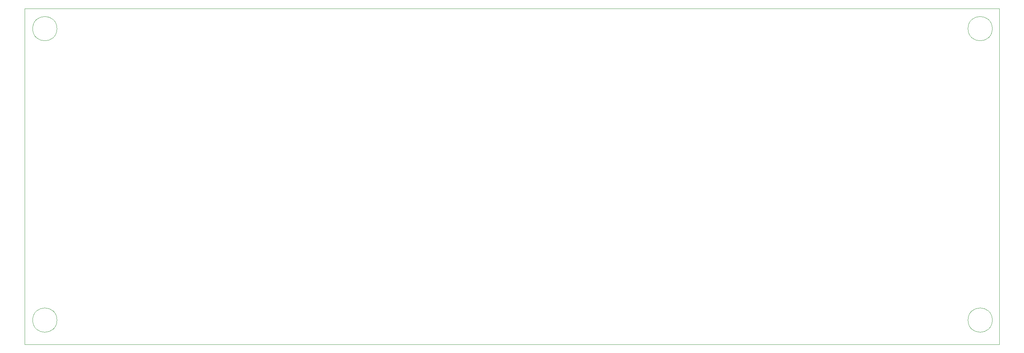
<source format=gbr>
%TF.GenerationSoftware,KiCad,Pcbnew,7.0.8*%
%TF.CreationDate,2023-11-29T08:53:45-05:00*%
%TF.ProjectId,clock,636c6f63-6b2e-46b6-9963-61645f706362,rev?*%
%TF.SameCoordinates,Original*%
%TF.FileFunction,Profile,NP*%
%FSLAX46Y46*%
G04 Gerber Fmt 4.6, Leading zero omitted, Abs format (unit mm)*
G04 Created by KiCad (PCBNEW 7.0.8) date 2023-11-29 08:53:45*
%MOMM*%
%LPD*%
G01*
G04 APERTURE LIST*
%TA.AperFunction,Profile*%
%ADD10C,0.100000*%
%TD*%
G04 APERTURE END LIST*
D10*
X17000000Y-12000000D02*
X257735600Y-12000000D01*
X257735600Y-95000000D01*
X17000000Y-95000000D01*
X17000000Y-12000000D01*
X256000000Y-17000000D02*
G75*
G03*
X256000000Y-17000000I-3000000J0D01*
G01*
X25000000Y-89000000D02*
G75*
G03*
X25000000Y-89000000I-3000000J0D01*
G01*
X25000000Y-17000000D02*
G75*
G03*
X25000000Y-17000000I-3000000J0D01*
G01*
X256000000Y-89000000D02*
G75*
G03*
X256000000Y-89000000I-3000000J0D01*
G01*
M02*

</source>
